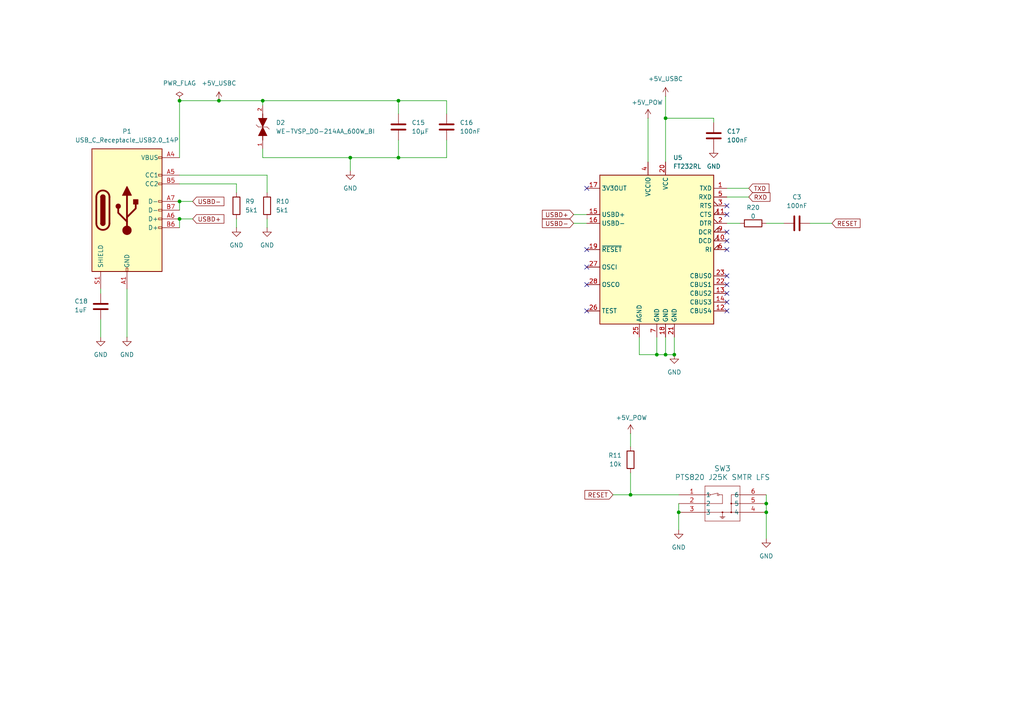
<source format=kicad_sch>
(kicad_sch (version 20231120) (generator "eeschema") (generator_version "8.0")
  (paper "A4")
  (lib_symbols
    (symbol "Connector:USB_C_Receptacle_USB2.0_14P" (pin_names (offset 1.016))
      (property "Reference" "J" (at 0 22.225 0))
      (property "Value" "USB_C_Receptacle_USB2.0_14P" (at 0 19.685 0))
      (symbol "USB_C_Receptacle_USB2.0_14P_0_0"
        (rectangle (start -0.254 -17.78) (end 0.254 -16.764))
        (rectangle (start 10.16 -4.826) (end 9.144 -5.334))
        (rectangle (start 10.16 -2.286) (end 9.144 -2.794))
        (rectangle (start 10.16 0.254) (end 9.144 -0.254))
        (rectangle (start 10.16 2.794) (end 9.144 2.286))
        (rectangle (start 10.16 7.874) (end 9.144 7.366))
        (rectangle (start 10.16 10.414) (end 9.144 9.906))
        (rectangle (start 10.16 15.494) (end 9.144 14.986))
      )
      (symbol "USB_C_Receptacle_USB2.0_14P_0_1"
        (rectangle (start -10.16 17.78) (end 10.16 -17.78) (stroke (width 0.254)) (fill (type background)))
        (arc (start -8.89 -3.81) (mid -6.985 -5.7067) (end -5.08 -3.81) (stroke (width 0.508)))
        (arc (start -7.62 -3.81) (mid -6.985 -4.4423) (end -6.35 -3.81) (stroke (width 0.254)))
        (arc (start -7.62 -3.81) (mid -6.985 -4.4423) (end -6.35 -3.81) (stroke (width 0.254)) (fill (type outline)))
        (rectangle (start -7.62 -3.81) (end -6.35 3.81) (stroke (width 0.254)) (fill (type outline)))
        (arc (start -6.35 3.81) (mid -6.985 4.4423) (end -7.62 3.81) (stroke (width 0.254)))
        (arc (start -6.35 3.81) (mid -6.985 4.4423) (end -7.62 3.81) (stroke (width 0.254)) (fill (type outline)))
        (arc (start -5.08 3.81) (mid -6.985 5.7067) (end -8.89 3.81) (stroke (width 0.508)))
        (circle (center -2.54 1.143) (radius 0.635) (stroke (width 0.254)) (fill (type outline)))
        (circle (center 0 -5.842) (radius 1.27) (fill (type outline)))
        (polyline (pts (xy -8.89 -3.81) (xy -8.89 3.81)) (stroke (width 0.508)))
        (polyline (pts (xy -5.08 3.81) (xy -5.08 -3.81)) (stroke (width 0.508)))
        (polyline (pts (xy 0 -5.842) (xy 0 4.318)) (stroke (width 0.508)))
        (polyline (pts (xy 0 -3.302) (xy -2.54 -0.762) (xy -2.54 0.508)) (stroke (width 0.508)))
        (polyline (pts (xy 0 -2.032) (xy 2.54 0.508) (xy 2.54 1.778)) (stroke (width 0.508)))
        (polyline (pts (xy -1.27 4.318) (xy 0 6.858) (xy 1.27 4.318) (xy -1.27 4.318)) (stroke (width 0.254)) (fill (type outline)))
        (rectangle (start 1.905 1.778) (end 3.175 3.048) (stroke (width 0.254)) (fill (type outline)))
      )
      (symbol "USB_C_Receptacle_USB2.0_14P_1_1"
        (pin passive line (at 0 -22.86 90) (length 5.08) (name "GND") (number "A1"))
        (pin passive line (at 0 -22.86 90) (length 5.08) hide (name "GND") (number "A12"))
        (pin passive line (at 15.24 15.24 180) (length 5.08) (name "VBUS") (number "A4"))
        (pin bidirectional line (at 15.24 10.16 180) (length 5.08) (name "CC1") (number "A5"))
        (pin bidirectional line (at 15.24 -2.54 180) (length 5.08) (name "D+") (number "A6"))
        (pin bidirectional line (at 15.24 2.54 180) (length 5.08) (name "D-") (number "A7"))
        (pin passive line (at 15.24 15.24 180) (length 5.08) hide (name "VBUS") (number "A9"))
        (pin passive line (at 0 -22.86 90) (length 5.08) hide (name "GND") (number "B1"))
        (pin passive line (at 0 -22.86 90) (length 5.08) hide (name "GND") (number "B12"))
        (pin passive line (at 15.24 15.24 180) (length 5.08) hide (name "VBUS") (number "B4"))
        (pin bidirectional line (at 15.24 7.62 180) (length 5.08) (name "CC2") (number "B5"))
        (pin bidirectional line (at 15.24 -5.08 180) (length 5.08) (name "D+") (number "B6"))
        (pin bidirectional line (at 15.24 0 180) (length 5.08) (name "D-") (number "B7"))
        (pin passive line (at 15.24 15.24 180) (length 5.08) hide (name "VBUS") (number "B9"))
        (pin passive line (at -7.62 -22.86 90) (length 5.08) (name "SHIELD") (number "S1"))
      )
    )
    (symbol "Device:C" (pin_numbers hide) (pin_names (offset 0.254))
      (property "Reference" "C" (at 0.635 2.54 0))
      (property "Value" "C" (at 0.635 -2.54 0))
      (symbol "C_0_1"
        (polyline (pts (xy -2.032 -0.762) (xy 2.032 -0.762)) (stroke (width 0.508)))
        (polyline (pts (xy -2.032 0.762) (xy 2.032 0.762)) (stroke (width 0.508)))
      )
      (symbol "C_1_1"
        (pin passive line (at 0 3.81 270) (length 2.794) (name "~") (number "1"))
        (pin passive line (at 0 -3.81 90) (length 2.794) (name "~") (number "2"))
      )
    )
    (symbol "Device:R" (pin_numbers hide) (pin_names (offset 0))
      (property "Reference" "R" (at 2.032 0 90))
      (property "Value" "R" (at 0 0 90))
      (symbol "R_0_1"
        (rectangle (start -1.016 -2.54) (end 1.016 2.54) (stroke (width 0.254)))
      )
      (symbol "R_1_1"
        (pin passive line (at 0 3.81 270) (length 1.27) (name "~") (number "1"))
        (pin passive line (at 0 -3.81 90) (length 1.27) (name "~") (number "2"))
      )
    )
    (symbol "Imported_Component_Symbols:PTS820_J25K_SMTR_LFS" (pin_names (offset 0.254))
      (property "Reference" "SW" (at 12.7 7.62 0))
      (property "Value" "PTS820 J25K SMTR LFS" (at 12.7 5.08 0))
      (symbol "PTS820_J25K_SMTR_LFS_0_1"
        (polyline (pts (xy 7.62 -7.62) (xy 17.78 -7.62)) (stroke (width 0.127)))
        (polyline (pts (xy 7.62 0) (xy 8.636 0)) (stroke (width 0.127)))
        (polyline (pts (xy 7.62 2.54) (xy 7.62 -7.62)) (stroke (width 0.127)))
        (polyline (pts (xy 9.144 0) (xy 11.43 0.508)) (stroke (width 0.127)))
        (polyline (pts (xy 11.684 0) (xy 12.7 0)) (stroke (width 0.127)))
        (polyline (pts (xy 12.192 -6.604) (xy 13.208 -6.604)) (stroke (width 0.127)))
        (polyline (pts (xy 12.446 -6.858) (xy 12.954 -6.858)) (stroke (width 0.127)))
        (polyline (pts (xy 12.7 -5.08) (xy 12.7 -6.35)) (stroke (width 0.127)))
        (polyline (pts (xy 12.7 -2.54) (xy 7.62 -2.54)) (stroke (width 0.127)))
        (polyline (pts (xy 12.7 0) (xy 12.7 -2.54)) (stroke (width 0.127)))
        (polyline (pts (xy 13.462 -6.35) (xy 11.938 -6.35)) (stroke (width 0.127)))
        (polyline (pts (xy 15.24 0) (xy 15.24 -5.08)) (stroke (width 0.127)))
        (polyline (pts (xy 17.78 -7.62) (xy 17.78 2.54)) (stroke (width 0.127)))
        (polyline (pts (xy 17.78 -5.08) (xy 7.62 -5.08)) (stroke (width 0.127)))
        (polyline (pts (xy 17.78 -2.54) (xy 15.24 -2.54)) (stroke (width 0.127)))
        (polyline (pts (xy 17.78 0) (xy 15.24 0)) (stroke (width 0.127)))
        (polyline (pts (xy 17.78 2.54) (xy 7.62 2.54)) (stroke (width 0.127)))
        (circle (center 8.89 0) (radius 0.254) (stroke (width 0.127)))
        (circle (center 11.43 0) (radius 0.254) (stroke (width 0.127)))
        (circle (center 12.7 -5.08) (radius 0.127) (stroke (width 0.254)))
        (circle (center 15.24 -5.08) (radius 0.127) (stroke (width 0.254)))
        (circle (center 15.24 -2.54) (radius 0.127) (stroke (width 0.254)))
        (pin unspecified line (at 0 0 0) (length 7.62) (name "1") (number "1"))
        (pin unspecified line (at 0 -2.54 0) (length 7.62) (name "2") (number "2"))
        (pin unspecified line (at 0 -5.08 0) (length 7.62) (name "3") (number "3"))
        (pin unspecified line (at 25.4 -5.08 180) (length 7.62) (name "4") (number "4"))
        (pin unspecified line (at 25.4 -2.54 180) (length 7.62) (name "5") (number "5"))
        (pin unspecified line (at 25.4 0 180) (length 7.62) (name "6") (number "6"))
      )
    )
    (symbol "Imported_Component_Symbols:WE-TVSP_DO-214AA_600W_BI" (pin_names (offset 1.016))
      (property "Reference" "D" (at 1.27 2.54 0))
      (property "Value" "WE-TVSP_DO-214AA_600W_BI" (at -2.54 -3.81 0))
      (symbol "WE-TVSP_DO-214AA_600W_BI_0_0"
        (polyline (pts (xy -2.54 0) (xy -1.27 0)) (stroke (width 0.254)))
        (polyline (pts (xy -0.635 0) (xy -1.27 0)) (stroke (width 0.254)))
        (polyline (pts (xy 1.27 -1.27) (xy 0.635 -1.905)) (stroke (width 0.127)))
        (polyline (pts (xy 1.27 1.27) (xy 1.27 -1.27)) (stroke (width 0.127)))
        (polyline (pts (xy 1.905 1.905) (xy 1.27 1.27)) (stroke (width 0.127)))
        (polyline (pts (xy 3.175 0) (xy 3.81 0)) (stroke (width 0.254)))
        (polyline (pts (xy 5.08 0) (xy 3.81 0)) (stroke (width 0.254)))
        (polyline (pts (xy -1.27 1.27) (xy -1.27 -1.27) (xy 1.27 0) (xy -1.27 1.27)) (stroke (width 0.127)) (fill (type outline)))
        (polyline (pts (xy 3.81 -1.27) (xy 3.81 1.27) (xy 1.27 0) (xy 3.81 -1.27)) (stroke (width 0.127)) (fill (type outline)))
        (pin passive line (at -5.08 0 0) (length 2.54) (name "~") (number "1"))
        (pin passive line (at 7.62 0 180) (length 2.54) (name "~") (number "2"))
      )
    )
    (symbol "Interface_USB:FT232RL"
      (property "Reference" "U" (at -16.51 22.86 0))
      (property "Value" "FT232RL" (at 10.16 22.86 0))
      (symbol "FT232RL_0_1"
        (rectangle (start -16.51 21.59) (end 16.51 -21.59) (stroke (width 0.254)) (fill (type background)))
      )
      (symbol "FT232RL_1_1"
        (pin output line (at 20.32 17.78 180) (length 3.81) (name "TXD") (number "1"))
        (pin input input_low (at 20.32 2.54 180) (length 3.81) (name "DCD") (number "10"))
        (pin input input_low (at 20.32 10.16 180) (length 3.81) (name "CTS") (number "11"))
        (pin bidirectional line (at 20.32 -17.78 180) (length 3.81) (name "CBUS4") (number "12"))
        (pin bidirectional line (at 20.32 -12.7 180) (length 3.81) (name "CBUS2") (number "13"))
        (pin bidirectional line (at 20.32 -15.24 180) (length 3.81) (name "CBUS3") (number "14"))
        (pin bidirectional line (at -20.32 10.16 0) (length 3.81) (name "USBD+") (number "15"))
        (pin bidirectional line (at -20.32 7.62 0) (length 3.81) (name "USBD-") (number "16"))
        (pin power_out line (at -20.32 17.78 0) (length 3.81) (name "3V3OUT") (number "17"))
        (pin power_in line (at 2.54 -25.4 90) (length 3.81) (name "GND") (number "18"))
        (pin input line (at -20.32 0 0) (length 3.81) (name "~{RESET}") (number "19"))
        (pin output output_low (at 20.32 7.62 180) (length 3.81) (name "DTR") (number "2"))
        (pin power_in line (at 2.54 25.4 270) (length 3.81) (name "VCC") (number "20"))
        (pin power_in line (at 5.08 -25.4 90) (length 3.81) (name "GND") (number "21"))
        (pin bidirectional line (at 20.32 -10.16 180) (length 3.81) (name "CBUS1") (number "22"))
        (pin bidirectional line (at 20.32 -7.62 180) (length 3.81) (name "CBUS0") (number "23"))
        (pin power_in line (at -5.08 -25.4 90) (length 3.81) (name "AGND") (number "25"))
        (pin input line (at -20.32 -17.78 0) (length 3.81) (name "TEST") (number "26"))
        (pin input line (at -20.32 -5.08 0) (length 3.81) (name "OSCI") (number "27"))
        (pin output line (at -20.32 -10.16 0) (length 3.81) (name "OSCO") (number "28"))
        (pin output output_low (at 20.32 12.7 180) (length 3.81) (name "RTS") (number "3"))
        (pin power_in line (at -2.54 25.4 270) (length 3.81) (name "VCCIO") (number "4"))
        (pin input line (at 20.32 15.24 180) (length 3.81) (name "RXD") (number "5"))
        (pin input input_low (at 20.32 0 180) (length 3.81) (name "RI") (number "6"))
        (pin power_in line (at 0 -25.4 90) (length 3.81) (name "GND") (number "7"))
        (pin input input_low (at 20.32 5.08 180) (length 3.81) (name "DCR") (number "9"))
      )
    )
    (symbol "power:+5C" (power) (pin_numbers hide) (pin_names (offset 0) hide)
      (property "Value" "+5C" (at 0 3.556 0))
      (symbol "+5C_0_1"
        (polyline (pts (xy -0.762 1.27) (xy 0 2.54)))
        (polyline (pts (xy 0 0) (xy 0 2.54)))
        (polyline (pts (xy 0 2.54) (xy 0.762 1.27)))
      )
      (symbol "+5C_1_1"
        (pin power_in line (at 0 0 90) (length 0) (name "~") (number "1"))
      )
    )
    (symbol "power:+5VP" (power) (pin_numbers hide) (pin_names (offset 0) hide)
      (property "Value" "+5VP" (at 0 3.556 0))
      (symbol "+5VP_0_1"
        (polyline (pts (xy -0.762 1.27) (xy 0 2.54)))
        (polyline (pts (xy 0 0) (xy 0 2.54)))
        (polyline (pts (xy 0 2.54) (xy 0.762 1.27)))
      )
      (symbol "+5VP_1_1"
        (pin power_in line (at 0 0 90) (length 0) (name "~") (number "1"))
      )
    )
    (symbol "power:GND" (power) (pin_numbers hide) (pin_names (offset 0) hide)
      (property "Value" "GND" (at 0 -3.81 0))
      (symbol "GND_0_1"
        (polyline (pts (xy 0 0) (xy 0 -1.27) (xy 1.27 -1.27) (xy 0 -2.54) (xy -1.27 -1.27) (xy 0 -1.27)))
      )
      (symbol "GND_1_1"
        (pin power_in line (at 0 0 270) (length 0) (name "~") (number "1"))
      )
    )
    (symbol "power:PWR_FLAG" (power) (pin_numbers hide) (pin_names (offset 0) hide)
      (property "Value" "PWR_FLAG" (at 0 3.81 0))
      (symbol "PWR_FLAG_0_0"
        (pin power_out line (at 0 0 90) (length 0) (name "~") (number "1"))
      )
      (symbol "PWR_FLAG_0_1"
        (polyline (pts (xy 0 0) (xy 0 1.27) (xy -1.016 1.905) (xy 0 2.54) (xy 1.016 1.905) (xy 0 1.27)))
      )
    )
  )
  (junction (at 190.5 102.87))
  (junction (at 101.6 45.72))
  (junction (at 196.85 148.59))
  (junction (at 115.57 45.72))
  (junction (at 182.88 143.51))
  (junction (at 222.25 148.59))
  (junction (at 115.57 29.21))
  (junction (at 76.2 29.21))
  (junction (at 52.07 29.21))
  (junction (at 222.25 146.05))
  (junction (at 52.07 58.42))
  (junction (at 63.5 29.21))
  (junction (at 193.04 34.29))
  (junction (at 195.58 102.87))
  (junction (at 193.04 102.87))
  (junction (at 52.07 63.5))
  (no_connect (at 210.82 72.39))
  (no_connect (at 170.18 82.55))
  (no_connect (at 210.82 67.31))
  (no_connect (at 210.82 59.69))
  (no_connect (at 210.82 87.63))
  (no_connect (at 210.82 62.23))
  (no_connect (at 170.18 77.47))
  (no_connect (at 210.82 85.09))
  (no_connect (at 210.82 80.01))
  (no_connect (at 210.82 69.85))
  (no_connect (at 170.18 72.39))
  (no_connect (at 170.18 90.17))
  (no_connect (at 170.18 54.61))
  (no_connect (at 210.82 90.17))
  (no_connect (at 210.82 82.55))
  (wire (pts (xy 76.2 29.21) (xy 115.57 29.21)))
  (wire (pts (xy 63.5 29.21) (xy 76.2 29.21)))
  (wire (pts (xy 217.17 57.15) (xy 210.82 57.15)))
  (wire (pts (xy 29.21 92.71) (xy 29.21 97.79)))
  (wire (pts (xy 222.25 64.77) (xy 227.33 64.77)))
  (wire (pts (xy 52.07 53.34) (xy 68.58 53.34)))
  (wire (pts (xy 115.57 45.72) (xy 115.57 40.64)))
  (wire (pts (xy 77.47 50.8) (xy 77.47 55.88)))
  (wire (pts (xy 234.95 64.77) (xy 241.3 64.77)))
  (wire (pts (xy 166.37 64.77) (xy 170.18 64.77)))
  (wire (pts (xy 222.25 143.51) (xy 222.25 146.05)))
  (wire (pts (xy 207.01 35.56) (xy 207.01 34.29)))
  (wire (pts (xy 129.54 29.21) (xy 115.57 29.21)))
  (wire (pts (xy 222.25 148.59) (xy 222.25 156.21)))
  (wire (pts (xy 77.47 63.5) (xy 77.47 66.04)))
  (wire (pts (xy 129.54 45.72) (xy 115.57 45.72)))
  (wire (pts (xy 166.37 62.23) (xy 170.18 62.23)))
  (wire (pts (xy 190.5 97.79) (xy 190.5 102.87)))
  (wire (pts (xy 52.07 58.42) (xy 55.88 58.42)))
  (wire (pts (xy 129.54 33.02) (xy 129.54 29.21)))
  (wire (pts (xy 115.57 33.02) (xy 115.57 29.21)))
  (wire (pts (xy 193.04 102.87) (xy 195.58 102.87)))
  (wire (pts (xy 68.58 53.34) (xy 68.58 55.88)))
  (wire (pts (xy 185.42 102.87) (xy 190.5 102.87)))
  (wire (pts (xy 101.6 45.72) (xy 115.57 45.72)))
  (wire (pts (xy 52.07 63.5) (xy 52.07 66.04)))
  (wire (pts (xy 196.85 146.05) (xy 196.85 148.59)))
  (wire (pts (xy 36.83 83.82) (xy 36.83 97.79)))
  (wire (pts (xy 195.58 97.79) (xy 195.58 102.87)))
  (wire (pts (xy 29.21 83.82) (xy 29.21 85.09)))
  (wire (pts (xy 187.96 46.99) (xy 187.96 34.29)))
  (wire (pts (xy 129.54 40.64) (xy 129.54 45.72)))
  (wire (pts (xy 52.07 58.42) (xy 52.07 60.96)))
  (wire (pts (xy 76.2 43.18) (xy 76.2 45.72)))
  (wire (pts (xy 196.85 148.59) (xy 196.85 153.67)))
  (wire (pts (xy 101.6 45.72) (xy 101.6 49.53)))
  (wire (pts (xy 196.85 143.51) (xy 182.88 143.51)))
  (wire (pts (xy 182.88 143.51) (xy 177.8 143.51)))
  (wire (pts (xy 222.25 146.05) (xy 222.25 148.59)))
  (wire (pts (xy 182.88 125.73) (xy 182.88 129.54)))
  (wire (pts (xy 182.88 137.16) (xy 182.88 143.51)))
  (wire (pts (xy 76.2 30.48) (xy 76.2 29.21)))
  (wire (pts (xy 210.82 64.77) (xy 214.63 64.77)))
  (wire (pts (xy 190.5 102.87) (xy 193.04 102.87)))
  (wire (pts (xy 193.04 34.29) (xy 193.04 46.99)))
  (wire (pts (xy 52.07 29.21) (xy 52.07 45.72)))
  (wire (pts (xy 193.04 97.79) (xy 193.04 102.87)))
  (wire (pts (xy 52.07 29.21) (xy 63.5 29.21)))
  (wire (pts (xy 55.88 63.5) (xy 52.07 63.5)))
  (wire (pts (xy 207.01 34.29) (xy 193.04 34.29)))
  (wire (pts (xy 185.42 97.79) (xy 185.42 102.87)))
  (wire (pts (xy 52.07 50.8) (xy 77.47 50.8)))
  (wire (pts (xy 217.17 54.61) (xy 210.82 54.61)))
  (wire (pts (xy 68.58 63.5) (xy 68.58 66.04)))
  (wire (pts (xy 193.04 27.94) (xy 193.04 34.29)))
  (wire (pts (xy 76.2 45.72) (xy 101.6 45.72)))
  (global_label "RESET" (shape input) (at 241.3 64.77 0) (property "Intersheetrefs" "${INTERSHEET_REFS}" (effects (hide yes))))
  (global_label "USBD+" (shape input) (at 166.37 62.23 180) (property "Intersheetrefs" "${INTERSHEET_REFS}" (effects (hide yes))))
  (global_label "RXD" (shape input) (at 217.17 57.15 0) (property "Intersheetrefs" "${INTERSHEET_REFS}" (effects (hide yes))))
  (global_label "USBD+" (shape input) (at 55.88 63.5 0) (property "Intersheetrefs" "${INTERSHEET_REFS}" (effects (hide yes))))
  (global_label "USBD-" (shape input) (at 55.88 58.42 0) (property "Intersheetrefs" "${INTERSHEET_REFS}" (effects (hide yes))))
  (global_label "TXD" (shape input) (at 217.17 54.61 0) (property "Intersheetrefs" "${INTERSHEET_REFS}" (effects (hide yes))))
  (global_label "USBD-" (shape input) (at 166.37 64.77 180) (property "Intersheetrefs" "${INTERSHEET_REFS}" (effects (hide yes))))
  (global_label "RESET" (shape input) (at 177.8 143.51 180) (property "Intersheetrefs" "${INTERSHEET_REFS}" (effects (hide yes))))
  (symbol (lib_id "Imported_Component_Symbols:WE-TVSP_DO-214AA_600W_BI") (at 76.2 38.1 90) (unit 1)
    (property "Reference" "D2" (at 80.01 35.5599 90) (effects (justify right)))
    (property "Value" "WE-TVSP_DO-214AA_600W_BI" (at 80.01 38.0999 90) (effects (justify right)))
    (property "Footprint" "Imported_Component_Footprints:824521241" (effects (hide yes)))
  )
  (symbol (lib_id "Device:R") (at 182.88 133.35 0) (mirror y) (unit 1)
    (property "Reference" "R11" (at 180.34 132.0799 0) (effects (justify left)))
    (property "Value" "10k" (at 180.34 134.6199 0) (effects (justify left)))
    (property "Footprint" "Resistor_SMD:R_0603_1608Metric_Pad0.98x0.95mm_HandSolder" (effects (hide yes)))
    (property "Description" "Resistor" (effects (hide yes)))
  )
  (symbol (lib_id "Device:C") (at 207.01 39.37 0) (unit 1)
    (property "Reference" "C17" (at 210.82 38.0999 0) (effects (justify left)))
    (property "Value" "100nF" (at 210.82 40.6399 0) (effects (justify left)))
    (property "Footprint" "Capacitor_SMD:C_0603_1608Metric_Pad1.08x0.95mm_HandSolder" (effects (hide yes)))
    (property "Description" "Unpolarized capacitor" (effects (hide yes)))
  )
  (symbol (lib_id "Device:R") (at 68.58 59.69 0) (unit 1)
    (property "Reference" "R9" (at 71.12 58.4199 0) (effects (justify left)))
    (property "Value" "5k1" (at 71.12 60.9599 0) (effects (justify left)))
    (property "Footprint" "Resistor_SMD:R_0603_1608Metric_Pad0.98x0.95mm_HandSolder" (effects (hide yes)))
    (property "Description" "Resistor" (effects (hide yes)))
  )
  (symbol (lib_id "power:GND") (at 222.25 156.21 0) (unit 1)
    (property "Reference" "#PWR052" (effects (hide yes)))
    (property "Value" "GND" (at 222.25 161.29 0))
    (property "Description" "Power symbol creates a global label with name \"GND\" , ground" (effects (hide yes)))
  )
  (symbol (lib_id "power:GND") (at 68.58 66.04 0) (unit 1)
    (property "Reference" "#PWR027" (effects (hide yes)))
    (property "Value" "GND" (at 68.58 71.12 0))
    (property "Description" "Power symbol creates a global label with name \"GND\" , ground" (effects (hide yes)))
  )
  (symbol (lib_id "power:+5C") (at 193.04 27.94 0) (unit 1)
    (property "Reference" "#PWR023" (effects (hide yes)))
    (property "Value" "+5V_USBC" (at 193.04 22.86 0))
    (property "Description" "Power symbol creates a global label with name \"+5C\"" (effects (hide yes)))
  )
  (symbol (lib_id "power:+5VP") (at 187.96 34.29 0) (unit 1)
    (property "Reference" "#PWR025" (effects (hide yes)))
    (property "Value" "+5V_POW" (at 187.706 29.718 0))
    (property "Description" "Power symbol creates a global label with name \"+5VP\"" (effects (hide yes)))
  )
  (symbol (lib_id "Device:C") (at 29.21 88.9 0) (unit 1)
    (property "Reference" "C18" (at 21.59 87.376 0) (effects (justify left)))
    (property "Value" "1uF" (at 21.59 89.916 0) (effects (justify left)))
    (property "Footprint" "Capacitor_SMD:C_0805_2012Metric_Pad1.18x1.45mm_HandSolder" (effects (hide yes)))
    (property "Description" "Unpolarized capacitor" (effects (hide yes)))
  )
  (symbol (lib_id "power:GND") (at 77.47 66.04 0) (unit 1)
    (property "Reference" "#PWR028" (effects (hide yes)))
    (property "Value" "GND" (at 77.47 71.12 0))
    (property "Description" "Power symbol creates a global label with name \"GND\" , ground" (effects (hide yes)))
  )
  (symbol (lib_id "power:GND") (at 196.85 153.67 0) (unit 1)
    (property "Reference" "#PWR033" (effects (hide yes)))
    (property "Value" "GND" (at 196.85 158.75 0))
    (property "Description" "Power symbol creates a global label with name \"GND\" , ground" (effects (hide yes)))
  )
  (symbol (lib_id "Device:R") (at 218.44 64.77 90) (unit 1)
    (property "Reference" "R20" (at 218.44 60.198 90))
    (property "Value" "0" (at 218.44 62.738 90))
    (property "Footprint" "Resistor_SMD:R_0603_1608Metric_Pad0.98x0.95mm_HandSolder" (effects (hide yes)))
    (property "Description" "Resistor" (effects (hide yes)))
  )
  (symbol (lib_id "Imported_Component_Symbols:PTS820_J25K_SMTR_LFS") (at 196.85 143.51 0) (unit 1)
    (property "Reference" "SW3" (at 209.55 135.89 0) (effects (font (size 1.524 1.524))))
    (property "Value" "PTS820 J25K SMTR LFS" (at 209.55 138.43 0) (effects (font (size 1.524 1.524))))
    (property "Footprint" "Imported_Component_Footprints:PTS820 J25K SMTR LFS_CNK" (effects (hide yes)))
    (property "Datasheet" "PTS820 J25K SMTR LFS" (effects (hide yes)))
  )
  (symbol (lib_id "power:+5C") (at 63.5 29.21 0) (unit 1)
    (property "Reference" "#PWR022" (effects (hide yes)))
    (property "Value" "+5V_USBC" (at 63.5 24.13 0))
    (property "Description" "Power symbol creates a global label with name \"+5C\"" (effects (hide yes)))
  )
  (symbol (lib_id "power:+5VP") (at 182.88 125.73 0) (mirror y) (unit 1)
    (property "Reference" "#PWR031" (effects (hide yes)))
    (property "Value" "+5V_POW" (at 183.134 121.158 0))
    (property "Description" "Power symbol creates a global label with name \"+5VP\"" (effects (hide yes)))
  )
  (symbol (lib_id "power:GND") (at 207.01 43.18 0) (unit 1)
    (property "Reference" "#PWR026" (effects (hide yes)))
    (property "Value" "GND" (at 207.01 48.26 0))
    (property "Description" "Power symbol creates a global label with name \"GND\" , ground" (effects (hide yes)))
  )
  (symbol (lib_id "power:PWR_FLAG") (at 52.07 29.21 0) (unit 1)
    (property "Reference" "#FLG06" (effects (hide yes)))
    (property "Value" "PWR_FLAG" (at 52.07 24.13 0))
    (property "Description" "Special symbol for telling ERC where power comes from" (effects (hide yes)))
  )
  (symbol (lib_id "power:GND") (at 36.83 97.79 0) (unit 1)
    (property "Reference" "#PWR029" (effects (hide yes)))
    (property "Value" "GND" (at 36.83 102.87 0))
    (property "Description" "Power symbol creates a global label with name \"GND\" , ground" (effects (hide yes)))
  )
  (symbol (lib_id "Interface_USB:FT232RL") (at 190.5 72.39 0) (unit 1)
    (property "Reference" "U5" (at 195.2341 45.72 0) (effects (justify left)))
    (property "Value" "FT232RL" (at 195.2341 48.26 0) (effects (justify left)))
    (property "Footprint" "Package_SO:SSOP-28_5.3x10.2mm_P0.65mm" (effects (hide yes)))
    (property "Datasheet" "https://www.ftdichip.com/Support/Documents/DataSheets/ICs/DS_FT232R.pdf" (effects (hide yes)))
    (property "Description" "USB to Serial Interface, SSOP-28" (effects (hide yes)))
  )
  (symbol (lib_id "power:GND") (at 29.21 97.79 0) (unit 1)
    (property "Reference" "#PWR030" (effects (hide yes)))
    (property "Value" "GND" (at 29.21 102.87 0))
    (property "Description" "Power symbol creates a global label with name \"GND\" , ground" (effects (hide yes)))
  )
  (symbol (lib_id "Device:R") (at 77.47 59.69 0) (unit 1)
    (property "Reference" "R10" (at 80.01 58.4199 0) (effects (justify left)))
    (property "Value" "5k1" (at 80.01 60.9599 0) (effects (justify left)))
    (property "Footprint" "Resistor_SMD:R_0603_1608Metric_Pad0.98x0.95mm_HandSolder" (effects (hide yes)))
    (property "Description" "Resistor" (effects (hide yes)))
  )
  (symbol (lib_id "Connector:USB_C_Receptacle_USB2.0_14P") (at 36.83 60.96 0) (unit 1)
    (property "Reference" "P1" (at 36.83 38.1 0))
    (property "Value" "USB_C_Receptacle_USB2.0_14P" (at 36.83 40.64 0))
    (property "Footprint" "Connector_USB:USB_C_Receptacle_GCT_USB4085" (effects (hide yes)))
    (property "Datasheet" "https://www.usb.org/sites/default/files/documents/usb_type-c.zip" (effects (hide yes)))
    (property "Description" "USB 2.0-only 14P Type-C Receptacle connector" (effects (hide yes)))
  )
  (symbol (lib_id "power:GND") (at 195.58 102.87 0) (unit 1)
    (property "Reference" "#PWR032" (effects (hide yes)))
    (property "Value" "GND" (at 195.58 107.95 0))
    (property "Description" "Power symbol creates a global label with name \"GND\" , ground" (effects (hide yes)))
  )
  (symbol (lib_id "Device:C") (at 129.54 36.83 0) (unit 1)
    (property "Reference" "C16" (at 133.35 35.5599 0) (effects (justify left)))
    (property "Value" "100nF" (at 133.35 38.0999 0) (effects (justify left)))
    (property "Footprint" "Capacitor_SMD:C_0603_1608Metric_Pad1.08x0.95mm_HandSolder" (effects (hide yes)))
    (property "Description" "Unpolarized capacitor" (effects (hide yes)))
  )
  (symbol (lib_id "power:GND") (at 101.6 49.53 0) (unit 1)
    (property "Reference" "#PWR024" (effects (hide yes)))
    (property "Value" "GND" (at 101.6 54.61 0))
    (property "Description" "Power symbol creates a global label with name \"GND\" , ground" (effects (hide yes)))
  )
  (symbol (lib_id "Device:C") (at 115.57 36.83 0) (unit 1)
    (property "Reference" "C15" (at 119.38 35.5599 0) (effects (justify left)))
    (property "Value" "10µF" (at 119.38 38.0999 0) (effects (justify left)))
    (property "Footprint" "Capacitor_SMD:C_0805_2012Metric_Pad1.18x1.45mm_HandSolder" (effects (hide yes)))
    (property "Description" "Unpolarized capacitor" (effects (hide yes)))
  )
  (symbol (lib_id "Device:C") (at 231.14 64.77 90) (unit 1)
    (property "Reference" "C3" (at 231.14 57.15 90))
    (property "Value" "100nF" (at 231.14 59.69 90))
    (property "Footprint" "Capacitor_SMD:C_0603_1608Metric_Pad1.08x0.95mm_HandSolder" (effects (hide yes)))
    (property "Description" "Unpolarized capacitor" (effects (hide yes)))
  )
)
</source>
